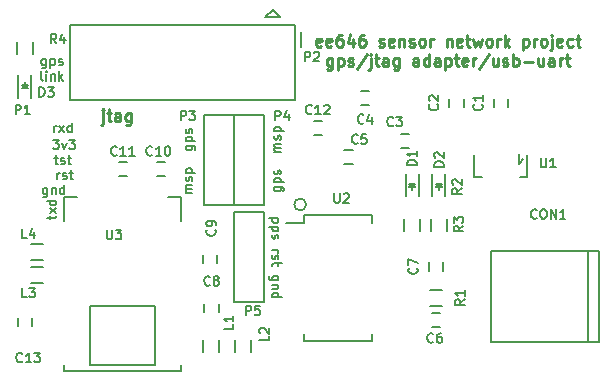
<source format=gto>
G04 #@! TF.FileFunction,Legend,Top*
%FSLAX46Y46*%
G04 Gerber Fmt 4.6, Leading zero omitted, Abs format (unit mm)*
G04 Created by KiCad (PCBNEW (2015-10-22 BZR 6274, Git d63c017)-product) date Sat Oct 24 14:44:23 2015*
%MOMM*%
G01*
G04 APERTURE LIST*
%ADD10C,0.100000*%
%ADD11C,0.200000*%
%ADD12C,0.250000*%
%ADD13C,0.150000*%
G04 APERTURE END LIST*
D10*
D11*
X141605000Y-98425000D02*
X141605000Y-99695000D01*
X120929476Y-110851905D02*
X120929476Y-110318571D01*
X120929476Y-110470952D02*
X120967571Y-110394762D01*
X121005667Y-110356667D01*
X121081857Y-110318571D01*
X121158048Y-110318571D01*
X121386619Y-110813810D02*
X121462809Y-110851905D01*
X121615190Y-110851905D01*
X121691381Y-110813810D01*
X121729476Y-110737619D01*
X121729476Y-110699524D01*
X121691381Y-110623333D01*
X121615190Y-110585238D01*
X121500905Y-110585238D01*
X121424714Y-110547143D01*
X121386619Y-110470952D01*
X121386619Y-110432857D01*
X121424714Y-110356667D01*
X121500905Y-110318571D01*
X121615190Y-110318571D01*
X121691381Y-110356667D01*
X121958047Y-110318571D02*
X122262809Y-110318571D01*
X122072333Y-110051905D02*
X122072333Y-110737619D01*
X122110428Y-110813810D01*
X122186619Y-110851905D01*
X122262809Y-110851905D01*
X120326571Y-114249096D02*
X120326571Y-113944334D01*
X120059905Y-114134810D02*
X120745619Y-114134810D01*
X120821810Y-114096715D01*
X120859905Y-114020524D01*
X120859905Y-113944334D01*
X120859905Y-113753857D02*
X120326571Y-113334810D01*
X120326571Y-113753857D02*
X120859905Y-113334810D01*
X120859905Y-112687191D02*
X120059905Y-112687191D01*
X120821810Y-112687191D02*
X120859905Y-112763381D01*
X120859905Y-112915762D01*
X120821810Y-112991953D01*
X120783714Y-113030048D01*
X120707524Y-113068143D01*
X120478952Y-113068143D01*
X120402762Y-113030048D01*
X120364667Y-112991953D01*
X120326571Y-112915762D01*
X120326571Y-112763381D01*
X120364667Y-112687191D01*
X120097618Y-111588571D02*
X120097618Y-112236190D01*
X120059523Y-112312381D01*
X120021428Y-112350476D01*
X119945237Y-112388571D01*
X119830952Y-112388571D01*
X119754761Y-112350476D01*
X120097618Y-112083810D02*
X120021428Y-112121905D01*
X119869047Y-112121905D01*
X119792856Y-112083810D01*
X119754761Y-112045714D01*
X119716666Y-111969524D01*
X119716666Y-111740952D01*
X119754761Y-111664762D01*
X119792856Y-111626667D01*
X119869047Y-111588571D01*
X120021428Y-111588571D01*
X120097618Y-111626667D01*
X120478571Y-111588571D02*
X120478571Y-112121905D01*
X120478571Y-111664762D02*
X120516666Y-111626667D01*
X120592857Y-111588571D01*
X120707143Y-111588571D01*
X120783333Y-111626667D01*
X120821428Y-111702857D01*
X120821428Y-112121905D01*
X121545238Y-112121905D02*
X121545238Y-111321905D01*
X121545238Y-112083810D02*
X121469048Y-112121905D01*
X121316667Y-112121905D01*
X121240476Y-112083810D01*
X121202381Y-112045714D01*
X121164286Y-111969524D01*
X121164286Y-111740952D01*
X121202381Y-111664762D01*
X121240476Y-111626667D01*
X121316667Y-111588571D01*
X121469048Y-111588571D01*
X121545238Y-111626667D01*
X120707238Y-109048571D02*
X121012000Y-109048571D01*
X120821524Y-108781905D02*
X120821524Y-109467619D01*
X120859619Y-109543810D01*
X120935810Y-109581905D01*
X121012000Y-109581905D01*
X121240572Y-109543810D02*
X121316762Y-109581905D01*
X121469143Y-109581905D01*
X121545334Y-109543810D01*
X121583429Y-109467619D01*
X121583429Y-109429524D01*
X121545334Y-109353333D01*
X121469143Y-109315238D01*
X121354858Y-109315238D01*
X121278667Y-109277143D01*
X121240572Y-109200952D01*
X121240572Y-109162857D01*
X121278667Y-109086667D01*
X121354858Y-109048571D01*
X121469143Y-109048571D01*
X121545334Y-109086667D01*
X121812000Y-109048571D02*
X122116762Y-109048571D01*
X121926286Y-108781905D02*
X121926286Y-109467619D01*
X121964381Y-109543810D01*
X122040572Y-109581905D01*
X122116762Y-109581905D01*
X120586619Y-107511905D02*
X121081857Y-107511905D01*
X120815190Y-107816667D01*
X120929476Y-107816667D01*
X121005666Y-107854762D01*
X121043762Y-107892857D01*
X121081857Y-107969048D01*
X121081857Y-108159524D01*
X121043762Y-108235714D01*
X121005666Y-108273810D01*
X120929476Y-108311905D01*
X120700904Y-108311905D01*
X120624714Y-108273810D01*
X120586619Y-108235714D01*
X121348524Y-107778571D02*
X121539000Y-108311905D01*
X121729476Y-107778571D01*
X121958048Y-107511905D02*
X122453286Y-107511905D01*
X122186619Y-107816667D01*
X122300905Y-107816667D01*
X122377095Y-107854762D01*
X122415191Y-107892857D01*
X122453286Y-107969048D01*
X122453286Y-108159524D01*
X122415191Y-108235714D01*
X122377095Y-108273810D01*
X122300905Y-108311905D01*
X122072333Y-108311905D01*
X121996143Y-108273810D01*
X121958048Y-108235714D01*
X120669143Y-106861905D02*
X120669143Y-106328571D01*
X120669143Y-106480952D02*
X120707238Y-106404762D01*
X120745334Y-106366667D01*
X120821524Y-106328571D01*
X120897715Y-106328571D01*
X121088191Y-106861905D02*
X121507238Y-106328571D01*
X121088191Y-106328571D02*
X121507238Y-106861905D01*
X122154857Y-106861905D02*
X122154857Y-106061905D01*
X122154857Y-106823810D02*
X122078667Y-106861905D01*
X121926286Y-106861905D01*
X121850095Y-106823810D01*
X121812000Y-106785714D01*
X121773905Y-106709524D01*
X121773905Y-106480952D01*
X121812000Y-106404762D01*
X121850095Y-106366667D01*
X121926286Y-106328571D01*
X122078667Y-106328571D01*
X122154857Y-106366667D01*
D12*
X124809524Y-105285714D02*
X124809524Y-106142857D01*
X124761905Y-106238095D01*
X124666667Y-106285714D01*
X124619048Y-106285714D01*
X124809524Y-104952381D02*
X124761905Y-105000000D01*
X124809524Y-105047619D01*
X124857143Y-105000000D01*
X124809524Y-104952381D01*
X124809524Y-105047619D01*
X125142857Y-105285714D02*
X125523809Y-105285714D01*
X125285714Y-104952381D02*
X125285714Y-105809524D01*
X125333333Y-105904762D01*
X125428571Y-105952381D01*
X125523809Y-105952381D01*
X126285715Y-105952381D02*
X126285715Y-105428571D01*
X126238096Y-105333333D01*
X126142858Y-105285714D01*
X125952381Y-105285714D01*
X125857143Y-105333333D01*
X126285715Y-105904762D02*
X126190477Y-105952381D01*
X125952381Y-105952381D01*
X125857143Y-105904762D01*
X125809524Y-105809524D01*
X125809524Y-105714286D01*
X125857143Y-105619048D01*
X125952381Y-105571429D01*
X126190477Y-105571429D01*
X126285715Y-105523810D01*
X127190477Y-105285714D02*
X127190477Y-106095238D01*
X127142858Y-106190476D01*
X127095239Y-106238095D01*
X127000000Y-106285714D01*
X126857143Y-106285714D01*
X126761905Y-106238095D01*
X127190477Y-105904762D02*
X127095239Y-105952381D01*
X126904762Y-105952381D01*
X126809524Y-105904762D01*
X126761905Y-105857143D01*
X126714286Y-105761905D01*
X126714286Y-105476190D01*
X126761905Y-105380952D01*
X126809524Y-105333333D01*
X126904762Y-105285714D01*
X127095239Y-105285714D01*
X127190477Y-105333333D01*
D11*
X139671429Y-114147618D02*
X138871429Y-114147618D01*
X139633333Y-114147618D02*
X139671429Y-114223809D01*
X139671429Y-114376190D01*
X139633333Y-114452380D01*
X139595238Y-114490475D01*
X139519048Y-114528571D01*
X139290476Y-114528571D01*
X139214286Y-114490475D01*
X139176190Y-114452380D01*
X139138095Y-114376190D01*
X139138095Y-114223809D01*
X139176190Y-114147618D01*
X139671429Y-114871428D02*
X138871429Y-114871428D01*
X139633333Y-114871428D02*
X139671429Y-114947619D01*
X139671429Y-115100000D01*
X139633333Y-115176190D01*
X139595238Y-115214285D01*
X139519048Y-115252381D01*
X139290476Y-115252381D01*
X139214286Y-115214285D01*
X139176190Y-115176190D01*
X139138095Y-115100000D01*
X139138095Y-114947619D01*
X139176190Y-114871428D01*
X139176190Y-115557143D02*
X139138095Y-115633333D01*
X139138095Y-115785714D01*
X139176190Y-115861905D01*
X139252381Y-115900000D01*
X139290476Y-115900000D01*
X139366667Y-115861905D01*
X139404762Y-115785714D01*
X139404762Y-115671429D01*
X139442857Y-115595238D01*
X139519048Y-115557143D01*
X139557143Y-115557143D01*
X139633333Y-115595238D01*
X139671429Y-115671429D01*
X139671429Y-115785714D01*
X139633333Y-115861905D01*
X139138095Y-116852381D02*
X139671429Y-116852381D01*
X139519048Y-116852381D02*
X139595238Y-116890476D01*
X139633333Y-116928572D01*
X139671429Y-117004762D01*
X139671429Y-117080953D01*
X139176190Y-117309524D02*
X139138095Y-117385714D01*
X139138095Y-117538095D01*
X139176190Y-117614286D01*
X139252381Y-117652381D01*
X139290476Y-117652381D01*
X139366667Y-117614286D01*
X139404762Y-117538095D01*
X139404762Y-117423810D01*
X139442857Y-117347619D01*
X139519048Y-117309524D01*
X139557143Y-117309524D01*
X139633333Y-117347619D01*
X139671429Y-117423810D01*
X139671429Y-117538095D01*
X139633333Y-117614286D01*
X139671429Y-117880952D02*
X139671429Y-118185714D01*
X139938095Y-117995238D02*
X139252381Y-117995238D01*
X139176190Y-118033333D01*
X139138095Y-118109524D01*
X139138095Y-118185714D01*
X139671429Y-119404762D02*
X139023810Y-119404762D01*
X138947619Y-119366667D01*
X138909524Y-119328572D01*
X138871429Y-119252381D01*
X138871429Y-119138096D01*
X138909524Y-119061905D01*
X139176190Y-119404762D02*
X139138095Y-119328572D01*
X139138095Y-119176191D01*
X139176190Y-119100000D01*
X139214286Y-119061905D01*
X139290476Y-119023810D01*
X139519048Y-119023810D01*
X139595238Y-119061905D01*
X139633333Y-119100000D01*
X139671429Y-119176191D01*
X139671429Y-119328572D01*
X139633333Y-119404762D01*
X139671429Y-119785715D02*
X139138095Y-119785715D01*
X139595238Y-119785715D02*
X139633333Y-119823810D01*
X139671429Y-119900001D01*
X139671429Y-120014287D01*
X139633333Y-120090477D01*
X139557143Y-120128572D01*
X139138095Y-120128572D01*
X139138095Y-120852382D02*
X139938095Y-120852382D01*
X139176190Y-120852382D02*
X139138095Y-120776192D01*
X139138095Y-120623811D01*
X139176190Y-120547620D01*
X139214286Y-120509525D01*
X139290476Y-120471430D01*
X139519048Y-120471430D01*
X139595238Y-120509525D01*
X139633333Y-120547620D01*
X139671429Y-120623811D01*
X139671429Y-120776192D01*
X139633333Y-120852382D01*
X139328571Y-111514286D02*
X139976190Y-111514286D01*
X140052381Y-111552381D01*
X140090476Y-111590476D01*
X140128571Y-111666667D01*
X140128571Y-111780952D01*
X140090476Y-111857143D01*
X139823810Y-111514286D02*
X139861905Y-111590476D01*
X139861905Y-111742857D01*
X139823810Y-111819048D01*
X139785714Y-111857143D01*
X139709524Y-111895238D01*
X139480952Y-111895238D01*
X139404762Y-111857143D01*
X139366667Y-111819048D01*
X139328571Y-111742857D01*
X139328571Y-111590476D01*
X139366667Y-111514286D01*
X139328571Y-111133333D02*
X140128571Y-111133333D01*
X139366667Y-111133333D02*
X139328571Y-111057142D01*
X139328571Y-110904761D01*
X139366667Y-110828571D01*
X139404762Y-110790476D01*
X139480952Y-110752380D01*
X139709524Y-110752380D01*
X139785714Y-110790476D01*
X139823810Y-110828571D01*
X139861905Y-110904761D01*
X139861905Y-111057142D01*
X139823810Y-111133333D01*
X139823810Y-110447618D02*
X139861905Y-110371428D01*
X139861905Y-110219047D01*
X139823810Y-110142856D01*
X139747619Y-110104761D01*
X139709524Y-110104761D01*
X139633333Y-110142856D01*
X139595238Y-110219047D01*
X139595238Y-110333332D01*
X139557143Y-110409523D01*
X139480952Y-110447618D01*
X139442857Y-110447618D01*
X139366667Y-110409523D01*
X139328571Y-110333332D01*
X139328571Y-110219047D01*
X139366667Y-110142856D01*
X139861905Y-108528572D02*
X139328571Y-108528572D01*
X139404762Y-108528572D02*
X139366667Y-108490477D01*
X139328571Y-108414286D01*
X139328571Y-108300000D01*
X139366667Y-108223810D01*
X139442857Y-108185715D01*
X139861905Y-108185715D01*
X139442857Y-108185715D02*
X139366667Y-108147619D01*
X139328571Y-108071429D01*
X139328571Y-107957143D01*
X139366667Y-107880953D01*
X139442857Y-107842858D01*
X139861905Y-107842858D01*
X139823810Y-107500000D02*
X139861905Y-107423810D01*
X139861905Y-107271429D01*
X139823810Y-107195238D01*
X139747619Y-107157143D01*
X139709524Y-107157143D01*
X139633333Y-107195238D01*
X139595238Y-107271429D01*
X139595238Y-107385714D01*
X139557143Y-107461905D01*
X139480952Y-107500000D01*
X139442857Y-107500000D01*
X139366667Y-107461905D01*
X139328571Y-107385714D01*
X139328571Y-107271429D01*
X139366667Y-107195238D01*
X139328571Y-106814286D02*
X140128571Y-106814286D01*
X139366667Y-106814286D02*
X139328571Y-106738095D01*
X139328571Y-106585714D01*
X139366667Y-106509524D01*
X139404762Y-106471429D01*
X139480952Y-106433333D01*
X139709524Y-106433333D01*
X139785714Y-106471429D01*
X139823810Y-106509524D01*
X139861905Y-106585714D01*
X139861905Y-106738095D01*
X139823810Y-106814286D01*
X132361905Y-112028572D02*
X131828571Y-112028572D01*
X131904762Y-112028572D02*
X131866667Y-111990477D01*
X131828571Y-111914286D01*
X131828571Y-111800000D01*
X131866667Y-111723810D01*
X131942857Y-111685715D01*
X132361905Y-111685715D01*
X131942857Y-111685715D02*
X131866667Y-111647619D01*
X131828571Y-111571429D01*
X131828571Y-111457143D01*
X131866667Y-111380953D01*
X131942857Y-111342858D01*
X132361905Y-111342858D01*
X132323810Y-111000000D02*
X132361905Y-110923810D01*
X132361905Y-110771429D01*
X132323810Y-110695238D01*
X132247619Y-110657143D01*
X132209524Y-110657143D01*
X132133333Y-110695238D01*
X132095238Y-110771429D01*
X132095238Y-110885714D01*
X132057143Y-110961905D01*
X131980952Y-111000000D01*
X131942857Y-111000000D01*
X131866667Y-110961905D01*
X131828571Y-110885714D01*
X131828571Y-110771429D01*
X131866667Y-110695238D01*
X131828571Y-110314286D02*
X132628571Y-110314286D01*
X131866667Y-110314286D02*
X131828571Y-110238095D01*
X131828571Y-110085714D01*
X131866667Y-110009524D01*
X131904762Y-109971429D01*
X131980952Y-109933333D01*
X132209524Y-109933333D01*
X132285714Y-109971429D01*
X132323810Y-110009524D01*
X132361905Y-110085714D01*
X132361905Y-110238095D01*
X132323810Y-110314286D01*
X131828571Y-108014286D02*
X132476190Y-108014286D01*
X132552381Y-108052381D01*
X132590476Y-108090476D01*
X132628571Y-108166667D01*
X132628571Y-108280952D01*
X132590476Y-108357143D01*
X132323810Y-108014286D02*
X132361905Y-108090476D01*
X132361905Y-108242857D01*
X132323810Y-108319048D01*
X132285714Y-108357143D01*
X132209524Y-108395238D01*
X131980952Y-108395238D01*
X131904762Y-108357143D01*
X131866667Y-108319048D01*
X131828571Y-108242857D01*
X131828571Y-108090476D01*
X131866667Y-108014286D01*
X131828571Y-107633333D02*
X132628571Y-107633333D01*
X131866667Y-107633333D02*
X131828571Y-107557142D01*
X131828571Y-107404761D01*
X131866667Y-107328571D01*
X131904762Y-107290476D01*
X131980952Y-107252380D01*
X132209524Y-107252380D01*
X132285714Y-107290476D01*
X132323810Y-107328571D01*
X132361905Y-107404761D01*
X132361905Y-107557142D01*
X132323810Y-107633333D01*
X132323810Y-106947618D02*
X132361905Y-106871428D01*
X132361905Y-106719047D01*
X132323810Y-106642856D01*
X132247619Y-106604761D01*
X132209524Y-106604761D01*
X132133333Y-106642856D01*
X132095238Y-106719047D01*
X132095238Y-106833332D01*
X132057143Y-106909523D01*
X131980952Y-106947618D01*
X131942857Y-106947618D01*
X131866667Y-106909523D01*
X131828571Y-106833332D01*
X131828571Y-106719047D01*
X131866667Y-106642856D01*
X119985714Y-100668571D02*
X119985714Y-101316190D01*
X119947619Y-101392381D01*
X119909524Y-101430476D01*
X119833333Y-101468571D01*
X119719048Y-101468571D01*
X119642857Y-101430476D01*
X119985714Y-101163810D02*
X119909524Y-101201905D01*
X119757143Y-101201905D01*
X119680952Y-101163810D01*
X119642857Y-101125714D01*
X119604762Y-101049524D01*
X119604762Y-100820952D01*
X119642857Y-100744762D01*
X119680952Y-100706667D01*
X119757143Y-100668571D01*
X119909524Y-100668571D01*
X119985714Y-100706667D01*
X120366667Y-100668571D02*
X120366667Y-101468571D01*
X120366667Y-100706667D02*
X120442858Y-100668571D01*
X120595239Y-100668571D01*
X120671429Y-100706667D01*
X120709524Y-100744762D01*
X120747620Y-100820952D01*
X120747620Y-101049524D01*
X120709524Y-101125714D01*
X120671429Y-101163810D01*
X120595239Y-101201905D01*
X120442858Y-101201905D01*
X120366667Y-101163810D01*
X121052382Y-101163810D02*
X121128572Y-101201905D01*
X121280953Y-101201905D01*
X121357144Y-101163810D01*
X121395239Y-101087619D01*
X121395239Y-101049524D01*
X121357144Y-100973333D01*
X121280953Y-100935238D01*
X121166668Y-100935238D01*
X121090477Y-100897143D01*
X121052382Y-100820952D01*
X121052382Y-100782857D01*
X121090477Y-100706667D01*
X121166668Y-100668571D01*
X121280953Y-100668571D01*
X121357144Y-100706667D01*
X119719048Y-102521905D02*
X119642857Y-102483810D01*
X119604762Y-102407619D01*
X119604762Y-101721905D01*
X120023810Y-102521905D02*
X120023810Y-101988571D01*
X120023810Y-101721905D02*
X119985715Y-101760000D01*
X120023810Y-101798095D01*
X120061905Y-101760000D01*
X120023810Y-101721905D01*
X120023810Y-101798095D01*
X120404762Y-101988571D02*
X120404762Y-102521905D01*
X120404762Y-102064762D02*
X120442857Y-102026667D01*
X120519048Y-101988571D01*
X120633334Y-101988571D01*
X120709524Y-102026667D01*
X120747619Y-102102857D01*
X120747619Y-102521905D01*
X121128572Y-102521905D02*
X121128572Y-101721905D01*
X121204763Y-102217143D02*
X121433334Y-102521905D01*
X121433334Y-101988571D02*
X121128572Y-102293333D01*
X142000000Y-113000000D02*
G75*
G03X142000000Y-113000000I-500000J0D01*
G01*
D12*
X143285713Y-99579762D02*
X143190475Y-99627381D01*
X142999998Y-99627381D01*
X142904760Y-99579762D01*
X142857141Y-99484524D01*
X142857141Y-99103571D01*
X142904760Y-99008333D01*
X142999998Y-98960714D01*
X143190475Y-98960714D01*
X143285713Y-99008333D01*
X143333332Y-99103571D01*
X143333332Y-99198810D01*
X142857141Y-99294048D01*
X144142856Y-99579762D02*
X144047618Y-99627381D01*
X143857141Y-99627381D01*
X143761903Y-99579762D01*
X143714284Y-99484524D01*
X143714284Y-99103571D01*
X143761903Y-99008333D01*
X143857141Y-98960714D01*
X144047618Y-98960714D01*
X144142856Y-99008333D01*
X144190475Y-99103571D01*
X144190475Y-99198810D01*
X143714284Y-99294048D01*
X145047618Y-98627381D02*
X144857141Y-98627381D01*
X144761903Y-98675000D01*
X144714284Y-98722619D01*
X144619046Y-98865476D01*
X144571427Y-99055952D01*
X144571427Y-99436905D01*
X144619046Y-99532143D01*
X144666665Y-99579762D01*
X144761903Y-99627381D01*
X144952380Y-99627381D01*
X145047618Y-99579762D01*
X145095237Y-99532143D01*
X145142856Y-99436905D01*
X145142856Y-99198810D01*
X145095237Y-99103571D01*
X145047618Y-99055952D01*
X144952380Y-99008333D01*
X144761903Y-99008333D01*
X144666665Y-99055952D01*
X144619046Y-99103571D01*
X144571427Y-99198810D01*
X145999999Y-98960714D02*
X145999999Y-99627381D01*
X145761903Y-98579762D02*
X145523808Y-99294048D01*
X146142856Y-99294048D01*
X146952380Y-98627381D02*
X146761903Y-98627381D01*
X146666665Y-98675000D01*
X146619046Y-98722619D01*
X146523808Y-98865476D01*
X146476189Y-99055952D01*
X146476189Y-99436905D01*
X146523808Y-99532143D01*
X146571427Y-99579762D01*
X146666665Y-99627381D01*
X146857142Y-99627381D01*
X146952380Y-99579762D01*
X146999999Y-99532143D01*
X147047618Y-99436905D01*
X147047618Y-99198810D01*
X146999999Y-99103571D01*
X146952380Y-99055952D01*
X146857142Y-99008333D01*
X146666665Y-99008333D01*
X146571427Y-99055952D01*
X146523808Y-99103571D01*
X146476189Y-99198810D01*
X148190475Y-99579762D02*
X148285713Y-99627381D01*
X148476189Y-99627381D01*
X148571428Y-99579762D01*
X148619047Y-99484524D01*
X148619047Y-99436905D01*
X148571428Y-99341667D01*
X148476189Y-99294048D01*
X148333332Y-99294048D01*
X148238094Y-99246429D01*
X148190475Y-99151190D01*
X148190475Y-99103571D01*
X148238094Y-99008333D01*
X148333332Y-98960714D01*
X148476189Y-98960714D01*
X148571428Y-99008333D01*
X149428571Y-99579762D02*
X149333333Y-99627381D01*
X149142856Y-99627381D01*
X149047618Y-99579762D01*
X148999999Y-99484524D01*
X148999999Y-99103571D01*
X149047618Y-99008333D01*
X149142856Y-98960714D01*
X149333333Y-98960714D01*
X149428571Y-99008333D01*
X149476190Y-99103571D01*
X149476190Y-99198810D01*
X148999999Y-99294048D01*
X149904761Y-98960714D02*
X149904761Y-99627381D01*
X149904761Y-99055952D02*
X149952380Y-99008333D01*
X150047618Y-98960714D01*
X150190476Y-98960714D01*
X150285714Y-99008333D01*
X150333333Y-99103571D01*
X150333333Y-99627381D01*
X150761904Y-99579762D02*
X150857142Y-99627381D01*
X151047618Y-99627381D01*
X151142857Y-99579762D01*
X151190476Y-99484524D01*
X151190476Y-99436905D01*
X151142857Y-99341667D01*
X151047618Y-99294048D01*
X150904761Y-99294048D01*
X150809523Y-99246429D01*
X150761904Y-99151190D01*
X150761904Y-99103571D01*
X150809523Y-99008333D01*
X150904761Y-98960714D01*
X151047618Y-98960714D01*
X151142857Y-99008333D01*
X151761904Y-99627381D02*
X151666666Y-99579762D01*
X151619047Y-99532143D01*
X151571428Y-99436905D01*
X151571428Y-99151190D01*
X151619047Y-99055952D01*
X151666666Y-99008333D01*
X151761904Y-98960714D01*
X151904762Y-98960714D01*
X152000000Y-99008333D01*
X152047619Y-99055952D01*
X152095238Y-99151190D01*
X152095238Y-99436905D01*
X152047619Y-99532143D01*
X152000000Y-99579762D01*
X151904762Y-99627381D01*
X151761904Y-99627381D01*
X152523809Y-99627381D02*
X152523809Y-98960714D01*
X152523809Y-99151190D02*
X152571428Y-99055952D01*
X152619047Y-99008333D01*
X152714285Y-98960714D01*
X152809524Y-98960714D01*
X153904762Y-98960714D02*
X153904762Y-99627381D01*
X153904762Y-99055952D02*
X153952381Y-99008333D01*
X154047619Y-98960714D01*
X154190477Y-98960714D01*
X154285715Y-99008333D01*
X154333334Y-99103571D01*
X154333334Y-99627381D01*
X155190477Y-99579762D02*
X155095239Y-99627381D01*
X154904762Y-99627381D01*
X154809524Y-99579762D01*
X154761905Y-99484524D01*
X154761905Y-99103571D01*
X154809524Y-99008333D01*
X154904762Y-98960714D01*
X155095239Y-98960714D01*
X155190477Y-99008333D01*
X155238096Y-99103571D01*
X155238096Y-99198810D01*
X154761905Y-99294048D01*
X155523810Y-98960714D02*
X155904762Y-98960714D01*
X155666667Y-98627381D02*
X155666667Y-99484524D01*
X155714286Y-99579762D01*
X155809524Y-99627381D01*
X155904762Y-99627381D01*
X156142858Y-98960714D02*
X156333334Y-99627381D01*
X156523811Y-99151190D01*
X156714287Y-99627381D01*
X156904763Y-98960714D01*
X157428572Y-99627381D02*
X157333334Y-99579762D01*
X157285715Y-99532143D01*
X157238096Y-99436905D01*
X157238096Y-99151190D01*
X157285715Y-99055952D01*
X157333334Y-99008333D01*
X157428572Y-98960714D01*
X157571430Y-98960714D01*
X157666668Y-99008333D01*
X157714287Y-99055952D01*
X157761906Y-99151190D01*
X157761906Y-99436905D01*
X157714287Y-99532143D01*
X157666668Y-99579762D01*
X157571430Y-99627381D01*
X157428572Y-99627381D01*
X158190477Y-99627381D02*
X158190477Y-98960714D01*
X158190477Y-99151190D02*
X158238096Y-99055952D01*
X158285715Y-99008333D01*
X158380953Y-98960714D01*
X158476192Y-98960714D01*
X158809525Y-99627381D02*
X158809525Y-98627381D01*
X158904763Y-99246429D02*
X159190478Y-99627381D01*
X159190478Y-98960714D02*
X158809525Y-99341667D01*
X160380954Y-98960714D02*
X160380954Y-99960714D01*
X160380954Y-99008333D02*
X160476192Y-98960714D01*
X160666669Y-98960714D01*
X160761907Y-99008333D01*
X160809526Y-99055952D01*
X160857145Y-99151190D01*
X160857145Y-99436905D01*
X160809526Y-99532143D01*
X160761907Y-99579762D01*
X160666669Y-99627381D01*
X160476192Y-99627381D01*
X160380954Y-99579762D01*
X161285716Y-99627381D02*
X161285716Y-98960714D01*
X161285716Y-99151190D02*
X161333335Y-99055952D01*
X161380954Y-99008333D01*
X161476192Y-98960714D01*
X161571431Y-98960714D01*
X162047621Y-99627381D02*
X161952383Y-99579762D01*
X161904764Y-99532143D01*
X161857145Y-99436905D01*
X161857145Y-99151190D01*
X161904764Y-99055952D01*
X161952383Y-99008333D01*
X162047621Y-98960714D01*
X162190479Y-98960714D01*
X162285717Y-99008333D01*
X162333336Y-99055952D01*
X162380955Y-99151190D01*
X162380955Y-99436905D01*
X162333336Y-99532143D01*
X162285717Y-99579762D01*
X162190479Y-99627381D01*
X162047621Y-99627381D01*
X162809526Y-98960714D02*
X162809526Y-99817857D01*
X162761907Y-99913095D01*
X162666669Y-99960714D01*
X162619050Y-99960714D01*
X162809526Y-98627381D02*
X162761907Y-98675000D01*
X162809526Y-98722619D01*
X162857145Y-98675000D01*
X162809526Y-98627381D01*
X162809526Y-98722619D01*
X163666669Y-99579762D02*
X163571431Y-99627381D01*
X163380954Y-99627381D01*
X163285716Y-99579762D01*
X163238097Y-99484524D01*
X163238097Y-99103571D01*
X163285716Y-99008333D01*
X163380954Y-98960714D01*
X163571431Y-98960714D01*
X163666669Y-99008333D01*
X163714288Y-99103571D01*
X163714288Y-99198810D01*
X163238097Y-99294048D01*
X164571431Y-99579762D02*
X164476193Y-99627381D01*
X164285716Y-99627381D01*
X164190478Y-99579762D01*
X164142859Y-99532143D01*
X164095240Y-99436905D01*
X164095240Y-99151190D01*
X164142859Y-99055952D01*
X164190478Y-99008333D01*
X164285716Y-98960714D01*
X164476193Y-98960714D01*
X164571431Y-99008333D01*
X164857145Y-98960714D02*
X165238097Y-98960714D01*
X165000002Y-98627381D02*
X165000002Y-99484524D01*
X165047621Y-99579762D01*
X165142859Y-99627381D01*
X165238097Y-99627381D01*
X144238094Y-100610714D02*
X144238094Y-101420238D01*
X144190475Y-101515476D01*
X144142856Y-101563095D01*
X144047617Y-101610714D01*
X143904760Y-101610714D01*
X143809522Y-101563095D01*
X144238094Y-101229762D02*
X144142856Y-101277381D01*
X143952379Y-101277381D01*
X143857141Y-101229762D01*
X143809522Y-101182143D01*
X143761903Y-101086905D01*
X143761903Y-100801190D01*
X143809522Y-100705952D01*
X143857141Y-100658333D01*
X143952379Y-100610714D01*
X144142856Y-100610714D01*
X144238094Y-100658333D01*
X144714284Y-100610714D02*
X144714284Y-101610714D01*
X144714284Y-100658333D02*
X144809522Y-100610714D01*
X144999999Y-100610714D01*
X145095237Y-100658333D01*
X145142856Y-100705952D01*
X145190475Y-100801190D01*
X145190475Y-101086905D01*
X145142856Y-101182143D01*
X145095237Y-101229762D01*
X144999999Y-101277381D01*
X144809522Y-101277381D01*
X144714284Y-101229762D01*
X145571427Y-101229762D02*
X145666665Y-101277381D01*
X145857141Y-101277381D01*
X145952380Y-101229762D01*
X145999999Y-101134524D01*
X145999999Y-101086905D01*
X145952380Y-100991667D01*
X145857141Y-100944048D01*
X145714284Y-100944048D01*
X145619046Y-100896429D01*
X145571427Y-100801190D01*
X145571427Y-100753571D01*
X145619046Y-100658333D01*
X145714284Y-100610714D01*
X145857141Y-100610714D01*
X145952380Y-100658333D01*
X147142856Y-100229762D02*
X146285713Y-101515476D01*
X147476189Y-100610714D02*
X147476189Y-101467857D01*
X147428570Y-101563095D01*
X147333332Y-101610714D01*
X147285713Y-101610714D01*
X147476189Y-100277381D02*
X147428570Y-100325000D01*
X147476189Y-100372619D01*
X147523808Y-100325000D01*
X147476189Y-100277381D01*
X147476189Y-100372619D01*
X147809522Y-100610714D02*
X148190474Y-100610714D01*
X147952379Y-100277381D02*
X147952379Y-101134524D01*
X147999998Y-101229762D01*
X148095236Y-101277381D01*
X148190474Y-101277381D01*
X148952380Y-101277381D02*
X148952380Y-100753571D01*
X148904761Y-100658333D01*
X148809523Y-100610714D01*
X148619046Y-100610714D01*
X148523808Y-100658333D01*
X148952380Y-101229762D02*
X148857142Y-101277381D01*
X148619046Y-101277381D01*
X148523808Y-101229762D01*
X148476189Y-101134524D01*
X148476189Y-101039286D01*
X148523808Y-100944048D01*
X148619046Y-100896429D01*
X148857142Y-100896429D01*
X148952380Y-100848810D01*
X149857142Y-100610714D02*
X149857142Y-101420238D01*
X149809523Y-101515476D01*
X149761904Y-101563095D01*
X149666665Y-101610714D01*
X149523808Y-101610714D01*
X149428570Y-101563095D01*
X149857142Y-101229762D02*
X149761904Y-101277381D01*
X149571427Y-101277381D01*
X149476189Y-101229762D01*
X149428570Y-101182143D01*
X149380951Y-101086905D01*
X149380951Y-100801190D01*
X149428570Y-100705952D01*
X149476189Y-100658333D01*
X149571427Y-100610714D01*
X149761904Y-100610714D01*
X149857142Y-100658333D01*
X151523809Y-101277381D02*
X151523809Y-100753571D01*
X151476190Y-100658333D01*
X151380952Y-100610714D01*
X151190475Y-100610714D01*
X151095237Y-100658333D01*
X151523809Y-101229762D02*
X151428571Y-101277381D01*
X151190475Y-101277381D01*
X151095237Y-101229762D01*
X151047618Y-101134524D01*
X151047618Y-101039286D01*
X151095237Y-100944048D01*
X151190475Y-100896429D01*
X151428571Y-100896429D01*
X151523809Y-100848810D01*
X152428571Y-101277381D02*
X152428571Y-100277381D01*
X152428571Y-101229762D02*
X152333333Y-101277381D01*
X152142856Y-101277381D01*
X152047618Y-101229762D01*
X151999999Y-101182143D01*
X151952380Y-101086905D01*
X151952380Y-100801190D01*
X151999999Y-100705952D01*
X152047618Y-100658333D01*
X152142856Y-100610714D01*
X152333333Y-100610714D01*
X152428571Y-100658333D01*
X153333333Y-101277381D02*
X153333333Y-100753571D01*
X153285714Y-100658333D01*
X153190476Y-100610714D01*
X152999999Y-100610714D01*
X152904761Y-100658333D01*
X153333333Y-101229762D02*
X153238095Y-101277381D01*
X152999999Y-101277381D01*
X152904761Y-101229762D01*
X152857142Y-101134524D01*
X152857142Y-101039286D01*
X152904761Y-100944048D01*
X152999999Y-100896429D01*
X153238095Y-100896429D01*
X153333333Y-100848810D01*
X153809523Y-100610714D02*
X153809523Y-101610714D01*
X153809523Y-100658333D02*
X153904761Y-100610714D01*
X154095238Y-100610714D01*
X154190476Y-100658333D01*
X154238095Y-100705952D01*
X154285714Y-100801190D01*
X154285714Y-101086905D01*
X154238095Y-101182143D01*
X154190476Y-101229762D01*
X154095238Y-101277381D01*
X153904761Y-101277381D01*
X153809523Y-101229762D01*
X154571428Y-100610714D02*
X154952380Y-100610714D01*
X154714285Y-100277381D02*
X154714285Y-101134524D01*
X154761904Y-101229762D01*
X154857142Y-101277381D01*
X154952380Y-101277381D01*
X155666667Y-101229762D02*
X155571429Y-101277381D01*
X155380952Y-101277381D01*
X155285714Y-101229762D01*
X155238095Y-101134524D01*
X155238095Y-100753571D01*
X155285714Y-100658333D01*
X155380952Y-100610714D01*
X155571429Y-100610714D01*
X155666667Y-100658333D01*
X155714286Y-100753571D01*
X155714286Y-100848810D01*
X155238095Y-100944048D01*
X156142857Y-101277381D02*
X156142857Y-100610714D01*
X156142857Y-100801190D02*
X156190476Y-100705952D01*
X156238095Y-100658333D01*
X156333333Y-100610714D01*
X156428572Y-100610714D01*
X157476191Y-100229762D02*
X156619048Y-101515476D01*
X158238096Y-100610714D02*
X158238096Y-101277381D01*
X157809524Y-100610714D02*
X157809524Y-101134524D01*
X157857143Y-101229762D01*
X157952381Y-101277381D01*
X158095239Y-101277381D01*
X158190477Y-101229762D01*
X158238096Y-101182143D01*
X158666667Y-101229762D02*
X158761905Y-101277381D01*
X158952381Y-101277381D01*
X159047620Y-101229762D01*
X159095239Y-101134524D01*
X159095239Y-101086905D01*
X159047620Y-100991667D01*
X158952381Y-100944048D01*
X158809524Y-100944048D01*
X158714286Y-100896429D01*
X158666667Y-100801190D01*
X158666667Y-100753571D01*
X158714286Y-100658333D01*
X158809524Y-100610714D01*
X158952381Y-100610714D01*
X159047620Y-100658333D01*
X159523810Y-101277381D02*
X159523810Y-100277381D01*
X159523810Y-100658333D02*
X159619048Y-100610714D01*
X159809525Y-100610714D01*
X159904763Y-100658333D01*
X159952382Y-100705952D01*
X160000001Y-100801190D01*
X160000001Y-101086905D01*
X159952382Y-101182143D01*
X159904763Y-101229762D01*
X159809525Y-101277381D01*
X159619048Y-101277381D01*
X159523810Y-101229762D01*
X160428572Y-100896429D02*
X161190477Y-100896429D01*
X162095239Y-100610714D02*
X162095239Y-101277381D01*
X161666667Y-100610714D02*
X161666667Y-101134524D01*
X161714286Y-101229762D01*
X161809524Y-101277381D01*
X161952382Y-101277381D01*
X162047620Y-101229762D01*
X162095239Y-101182143D01*
X163000001Y-101277381D02*
X163000001Y-100753571D01*
X162952382Y-100658333D01*
X162857144Y-100610714D01*
X162666667Y-100610714D01*
X162571429Y-100658333D01*
X163000001Y-101229762D02*
X162904763Y-101277381D01*
X162666667Y-101277381D01*
X162571429Y-101229762D01*
X162523810Y-101134524D01*
X162523810Y-101039286D01*
X162571429Y-100944048D01*
X162666667Y-100896429D01*
X162904763Y-100896429D01*
X163000001Y-100848810D01*
X163476191Y-101277381D02*
X163476191Y-100610714D01*
X163476191Y-100801190D02*
X163523810Y-100705952D01*
X163571429Y-100658333D01*
X163666667Y-100610714D01*
X163761906Y-100610714D01*
X163952382Y-100610714D02*
X164333334Y-100610714D01*
X164095239Y-100277381D02*
X164095239Y-101134524D01*
X164142858Y-101229762D01*
X164238096Y-101277381D01*
X164333334Y-101277381D01*
D13*
X157900000Y-104750000D02*
X157900000Y-104050000D01*
X159100000Y-104050000D02*
X159100000Y-104750000D01*
X154150000Y-104750000D02*
X154150000Y-104050000D01*
X155350000Y-104050000D02*
X155350000Y-104750000D01*
X150750000Y-108200000D02*
X150050000Y-108200000D01*
X150050000Y-107000000D02*
X150750000Y-107000000D01*
X147350000Y-104600000D02*
X146650000Y-104600000D01*
X146650000Y-103400000D02*
X147350000Y-103400000D01*
X145950000Y-109600000D02*
X145250000Y-109600000D01*
X145250000Y-108400000D02*
X145950000Y-108400000D01*
X152650000Y-122150000D02*
X153350000Y-122150000D01*
X153350000Y-123350000D02*
X152650000Y-123350000D01*
X152400000Y-118600000D02*
X152400000Y-117900000D01*
X153600000Y-117900000D02*
X153600000Y-118600000D01*
X133400000Y-122100000D02*
X133400000Y-121400000D01*
X134600000Y-121400000D02*
X134600000Y-122100000D01*
X133258000Y-117952000D02*
X133258000Y-117252000D01*
X134458000Y-117252000D02*
X134458000Y-117952000D01*
X129400000Y-109400000D02*
X130100000Y-109400000D01*
X130100000Y-110600000D02*
X129400000Y-110600000D01*
X126850000Y-110600000D02*
X126150000Y-110600000D01*
X126150000Y-109400000D02*
X126850000Y-109400000D01*
X142650000Y-105900000D02*
X143350000Y-105900000D01*
X143350000Y-107100000D02*
X142650000Y-107100000D01*
X118800000Y-122600000D02*
X118800000Y-123300000D01*
X117600000Y-123300000D02*
X117600000Y-122600000D01*
X165849180Y-124600640D02*
X165849180Y-116899360D01*
X166849940Y-124600640D02*
X166849940Y-116899360D01*
X166849940Y-116899360D02*
X157650060Y-116899360D01*
X157650060Y-116899360D02*
X157650060Y-124600640D01*
X157650060Y-124600640D02*
X166849940Y-124600640D01*
X150450000Y-110399300D02*
X150450000Y-112299300D01*
X151550000Y-110399300D02*
X151550000Y-112299300D01*
X151000000Y-111299300D02*
X151000000Y-111749300D01*
X151250000Y-111249300D02*
X150750000Y-111249300D01*
X151000000Y-111249300D02*
X151250000Y-111499300D01*
X151250000Y-111499300D02*
X150750000Y-111499300D01*
X150750000Y-111499300D02*
X151000000Y-111249300D01*
X152700000Y-110400000D02*
X152700000Y-112300000D01*
X153800000Y-110400000D02*
X153800000Y-112300000D01*
X153250000Y-111300000D02*
X153250000Y-111750000D01*
X153500000Y-111250000D02*
X153000000Y-111250000D01*
X153250000Y-111250000D02*
X153500000Y-111500000D01*
X153500000Y-111500000D02*
X153000000Y-111500000D01*
X153000000Y-111500000D02*
X153250000Y-111250000D01*
X118750000Y-103950700D02*
X118750000Y-102050700D01*
X117650000Y-103950700D02*
X117650000Y-102050700D01*
X118200000Y-103050700D02*
X118200000Y-102600700D01*
X117950000Y-103100700D02*
X118450000Y-103100700D01*
X118200000Y-103100700D02*
X117950000Y-102850700D01*
X117950000Y-102850700D02*
X118450000Y-102850700D01*
X118450000Y-102850700D02*
X118200000Y-103100700D01*
X134660000Y-124456000D02*
X134660000Y-125456000D01*
X133310000Y-125456000D02*
X133310000Y-124456000D01*
X137327000Y-124480000D02*
X137327000Y-125480000D01*
X135977000Y-125480000D02*
X135977000Y-124480000D01*
X118750000Y-118325000D02*
X119750000Y-118325000D01*
X119750000Y-119675000D02*
X118750000Y-119675000D01*
X118750000Y-116325000D02*
X119750000Y-116325000D01*
X119750000Y-117675000D02*
X118750000Y-117675000D01*
X139192000Y-96520000D02*
X139827000Y-97155000D01*
X138557000Y-97155000D02*
X139192000Y-96520000D01*
X139192000Y-97155000D02*
X138557000Y-97155000D01*
X139827000Y-97155000D02*
X139192000Y-97155000D01*
X122047000Y-104140000D02*
X141097000Y-104140000D01*
X122047000Y-97790000D02*
X122047000Y-104140000D01*
X141097000Y-97790000D02*
X122047000Y-97790000D01*
X141097000Y-104140000D02*
X141097000Y-97790000D01*
X153500000Y-121575000D02*
X152500000Y-121575000D01*
X152500000Y-120225000D02*
X153500000Y-120225000D01*
X151675000Y-114250000D02*
X151675000Y-115250000D01*
X150325000Y-115250000D02*
X150325000Y-114250000D01*
X153925000Y-114250000D02*
X153925000Y-115250000D01*
X152575000Y-115250000D02*
X152575000Y-114250000D01*
X118875000Y-99250000D02*
X118875000Y-100250000D01*
X117525000Y-100250000D02*
X117525000Y-99250000D01*
X160399920Y-109151000D02*
X160151000Y-109450720D01*
X160151000Y-109450720D02*
X160049400Y-109600580D01*
X160049400Y-109600580D02*
X160049400Y-108752220D01*
X160750440Y-110652140D02*
X160750440Y-108851280D01*
X160750440Y-110652140D02*
X160100200Y-110652140D01*
X156249560Y-110652140D02*
X156249560Y-108851280D01*
X156249560Y-110652140D02*
X156899800Y-110652140D01*
X141875000Y-113925000D02*
X141875000Y-114575000D01*
X147625000Y-113925000D02*
X147625000Y-114575000D01*
X147625000Y-124575000D02*
X147625000Y-123925000D01*
X141875000Y-124575000D02*
X141875000Y-123925000D01*
X141875000Y-113925000D02*
X147625000Y-113925000D01*
X141875000Y-124575000D02*
X147625000Y-124575000D01*
X141875000Y-114575000D02*
X140275000Y-114575000D01*
X121550000Y-127100000D02*
X121550000Y-126600000D01*
X131450000Y-127100000D02*
X121550000Y-127100000D01*
X131450000Y-126700000D02*
X131450000Y-127100000D01*
X131450000Y-126600000D02*
X131450000Y-126700000D01*
X121550000Y-112400000D02*
X121550000Y-114400000D01*
X122650000Y-112400000D02*
X121550000Y-112400000D01*
X131450000Y-112400000D02*
X130350000Y-112400000D01*
X131450000Y-114400000D02*
X131450000Y-112400000D01*
X123750000Y-126550000D02*
X129250000Y-126550000D01*
X123750000Y-121600000D02*
X123750000Y-126550000D01*
X129250000Y-121600000D02*
X123750000Y-121600000D01*
X129250000Y-126550000D02*
X129250000Y-121600000D01*
X133350000Y-105410000D02*
X133350000Y-113030000D01*
X135890000Y-105410000D02*
X133350000Y-105410000D01*
X135890000Y-113030000D02*
X135890000Y-105410000D01*
X133350000Y-113030000D02*
X135890000Y-113030000D01*
X138430000Y-113030000D02*
X138430000Y-105410000D01*
X135890000Y-113030000D02*
X138430000Y-113030000D01*
X135890000Y-105410000D02*
X135890000Y-113030000D01*
X138430000Y-105410000D02*
X135890000Y-105410000D01*
X135890000Y-113665000D02*
X135890000Y-121285000D01*
X138430000Y-113665000D02*
X135890000Y-113665000D01*
X138430000Y-121285000D02*
X138430000Y-113665000D01*
X135890000Y-121285000D02*
X138430000Y-121285000D01*
X156885714Y-104533333D02*
X156923810Y-104571428D01*
X156961905Y-104685714D01*
X156961905Y-104761904D01*
X156923810Y-104876190D01*
X156847619Y-104952381D01*
X156771429Y-104990476D01*
X156619048Y-105028571D01*
X156504762Y-105028571D01*
X156352381Y-104990476D01*
X156276190Y-104952381D01*
X156200000Y-104876190D01*
X156161905Y-104761904D01*
X156161905Y-104685714D01*
X156200000Y-104571428D01*
X156238095Y-104533333D01*
X156961905Y-103771428D02*
X156961905Y-104228571D01*
X156961905Y-104000000D02*
X156161905Y-104000000D01*
X156276190Y-104076190D01*
X156352381Y-104152381D01*
X156390476Y-104228571D01*
X153135714Y-104533333D02*
X153173810Y-104571428D01*
X153211905Y-104685714D01*
X153211905Y-104761904D01*
X153173810Y-104876190D01*
X153097619Y-104952381D01*
X153021429Y-104990476D01*
X152869048Y-105028571D01*
X152754762Y-105028571D01*
X152602381Y-104990476D01*
X152526190Y-104952381D01*
X152450000Y-104876190D01*
X152411905Y-104761904D01*
X152411905Y-104685714D01*
X152450000Y-104571428D01*
X152488095Y-104533333D01*
X152488095Y-104228571D02*
X152450000Y-104190476D01*
X152411905Y-104114285D01*
X152411905Y-103923809D01*
X152450000Y-103847619D01*
X152488095Y-103809523D01*
X152564286Y-103771428D01*
X152640476Y-103771428D01*
X152754762Y-103809523D01*
X153211905Y-104266666D01*
X153211905Y-103771428D01*
X149366667Y-106285714D02*
X149328572Y-106323810D01*
X149214286Y-106361905D01*
X149138096Y-106361905D01*
X149023810Y-106323810D01*
X148947619Y-106247619D01*
X148909524Y-106171429D01*
X148871429Y-106019048D01*
X148871429Y-105904762D01*
X148909524Y-105752381D01*
X148947619Y-105676190D01*
X149023810Y-105600000D01*
X149138096Y-105561905D01*
X149214286Y-105561905D01*
X149328572Y-105600000D01*
X149366667Y-105638095D01*
X149633334Y-105561905D02*
X150128572Y-105561905D01*
X149861905Y-105866667D01*
X149976191Y-105866667D01*
X150052381Y-105904762D01*
X150090477Y-105942857D01*
X150128572Y-106019048D01*
X150128572Y-106209524D01*
X150090477Y-106285714D01*
X150052381Y-106323810D01*
X149976191Y-106361905D01*
X149747619Y-106361905D01*
X149671429Y-106323810D01*
X149633334Y-106285714D01*
X146866667Y-106085714D02*
X146828572Y-106123810D01*
X146714286Y-106161905D01*
X146638096Y-106161905D01*
X146523810Y-106123810D01*
X146447619Y-106047619D01*
X146409524Y-105971429D01*
X146371429Y-105819048D01*
X146371429Y-105704762D01*
X146409524Y-105552381D01*
X146447619Y-105476190D01*
X146523810Y-105400000D01*
X146638096Y-105361905D01*
X146714286Y-105361905D01*
X146828572Y-105400000D01*
X146866667Y-105438095D01*
X147552381Y-105628571D02*
X147552381Y-106161905D01*
X147361905Y-105323810D02*
X147171429Y-105895238D01*
X147666667Y-105895238D01*
X146366667Y-107785714D02*
X146328572Y-107823810D01*
X146214286Y-107861905D01*
X146138096Y-107861905D01*
X146023810Y-107823810D01*
X145947619Y-107747619D01*
X145909524Y-107671429D01*
X145871429Y-107519048D01*
X145871429Y-107404762D01*
X145909524Y-107252381D01*
X145947619Y-107176190D01*
X146023810Y-107100000D01*
X146138096Y-107061905D01*
X146214286Y-107061905D01*
X146328572Y-107100000D01*
X146366667Y-107138095D01*
X147090477Y-107061905D02*
X146709524Y-107061905D01*
X146671429Y-107442857D01*
X146709524Y-107404762D01*
X146785715Y-107366667D01*
X146976191Y-107366667D01*
X147052381Y-107404762D01*
X147090477Y-107442857D01*
X147128572Y-107519048D01*
X147128572Y-107709524D01*
X147090477Y-107785714D01*
X147052381Y-107823810D01*
X146976191Y-107861905D01*
X146785715Y-107861905D01*
X146709524Y-107823810D01*
X146671429Y-107785714D01*
X152774667Y-124618714D02*
X152736572Y-124656810D01*
X152622286Y-124694905D01*
X152546096Y-124694905D01*
X152431810Y-124656810D01*
X152355619Y-124580619D01*
X152317524Y-124504429D01*
X152279429Y-124352048D01*
X152279429Y-124237762D01*
X152317524Y-124085381D01*
X152355619Y-124009190D01*
X152431810Y-123933000D01*
X152546096Y-123894905D01*
X152622286Y-123894905D01*
X152736572Y-123933000D01*
X152774667Y-123971095D01*
X153460381Y-123894905D02*
X153308000Y-123894905D01*
X153231810Y-123933000D01*
X153193715Y-123971095D01*
X153117524Y-124085381D01*
X153079429Y-124237762D01*
X153079429Y-124542524D01*
X153117524Y-124618714D01*
X153155619Y-124656810D01*
X153231810Y-124694905D01*
X153384191Y-124694905D01*
X153460381Y-124656810D01*
X153498477Y-124618714D01*
X153536572Y-124542524D01*
X153536572Y-124352048D01*
X153498477Y-124275857D01*
X153460381Y-124237762D01*
X153384191Y-124199667D01*
X153231810Y-124199667D01*
X153155619Y-124237762D01*
X153117524Y-124275857D01*
X153079429Y-124352048D01*
X151385714Y-118383333D02*
X151423810Y-118421428D01*
X151461905Y-118535714D01*
X151461905Y-118611904D01*
X151423810Y-118726190D01*
X151347619Y-118802381D01*
X151271429Y-118840476D01*
X151119048Y-118878571D01*
X151004762Y-118878571D01*
X150852381Y-118840476D01*
X150776190Y-118802381D01*
X150700000Y-118726190D01*
X150661905Y-118611904D01*
X150661905Y-118535714D01*
X150700000Y-118421428D01*
X150738095Y-118383333D01*
X150661905Y-118116666D02*
X150661905Y-117583333D01*
X151461905Y-117926190D01*
X133866667Y-119785714D02*
X133828572Y-119823810D01*
X133714286Y-119861905D01*
X133638096Y-119861905D01*
X133523810Y-119823810D01*
X133447619Y-119747619D01*
X133409524Y-119671429D01*
X133371429Y-119519048D01*
X133371429Y-119404762D01*
X133409524Y-119252381D01*
X133447619Y-119176190D01*
X133523810Y-119100000D01*
X133638096Y-119061905D01*
X133714286Y-119061905D01*
X133828572Y-119100000D01*
X133866667Y-119138095D01*
X134323810Y-119404762D02*
X134247619Y-119366667D01*
X134209524Y-119328571D01*
X134171429Y-119252381D01*
X134171429Y-119214286D01*
X134209524Y-119138095D01*
X134247619Y-119100000D01*
X134323810Y-119061905D01*
X134476191Y-119061905D01*
X134552381Y-119100000D01*
X134590477Y-119138095D01*
X134628572Y-119214286D01*
X134628572Y-119252381D01*
X134590477Y-119328571D01*
X134552381Y-119366667D01*
X134476191Y-119404762D01*
X134323810Y-119404762D01*
X134247619Y-119442857D01*
X134209524Y-119480952D01*
X134171429Y-119557143D01*
X134171429Y-119709524D01*
X134209524Y-119785714D01*
X134247619Y-119823810D01*
X134323810Y-119861905D01*
X134476191Y-119861905D01*
X134552381Y-119823810D01*
X134590477Y-119785714D01*
X134628572Y-119709524D01*
X134628572Y-119557143D01*
X134590477Y-119480952D01*
X134552381Y-119442857D01*
X134476191Y-119404762D01*
X134285714Y-115133333D02*
X134323810Y-115171428D01*
X134361905Y-115285714D01*
X134361905Y-115361904D01*
X134323810Y-115476190D01*
X134247619Y-115552381D01*
X134171429Y-115590476D01*
X134019048Y-115628571D01*
X133904762Y-115628571D01*
X133752381Y-115590476D01*
X133676190Y-115552381D01*
X133600000Y-115476190D01*
X133561905Y-115361904D01*
X133561905Y-115285714D01*
X133600000Y-115171428D01*
X133638095Y-115133333D01*
X134361905Y-114752381D02*
X134361905Y-114600000D01*
X134323810Y-114523809D01*
X134285714Y-114485714D01*
X134171429Y-114409523D01*
X134019048Y-114371428D01*
X133714286Y-114371428D01*
X133638095Y-114409523D01*
X133600000Y-114447619D01*
X133561905Y-114523809D01*
X133561905Y-114676190D01*
X133600000Y-114752381D01*
X133638095Y-114790476D01*
X133714286Y-114828571D01*
X133904762Y-114828571D01*
X133980952Y-114790476D01*
X134019048Y-114752381D01*
X134057143Y-114676190D01*
X134057143Y-114523809D01*
X134019048Y-114447619D01*
X133980952Y-114409523D01*
X133904762Y-114371428D01*
X128985714Y-108785714D02*
X128947619Y-108823810D01*
X128833333Y-108861905D01*
X128757143Y-108861905D01*
X128642857Y-108823810D01*
X128566666Y-108747619D01*
X128528571Y-108671429D01*
X128490476Y-108519048D01*
X128490476Y-108404762D01*
X128528571Y-108252381D01*
X128566666Y-108176190D01*
X128642857Y-108100000D01*
X128757143Y-108061905D01*
X128833333Y-108061905D01*
X128947619Y-108100000D01*
X128985714Y-108138095D01*
X129747619Y-108861905D02*
X129290476Y-108861905D01*
X129519047Y-108861905D02*
X129519047Y-108061905D01*
X129442857Y-108176190D01*
X129366666Y-108252381D01*
X129290476Y-108290476D01*
X130242857Y-108061905D02*
X130319048Y-108061905D01*
X130395238Y-108100000D01*
X130433333Y-108138095D01*
X130471429Y-108214286D01*
X130509524Y-108366667D01*
X130509524Y-108557143D01*
X130471429Y-108709524D01*
X130433333Y-108785714D01*
X130395238Y-108823810D01*
X130319048Y-108861905D01*
X130242857Y-108861905D01*
X130166667Y-108823810D01*
X130128571Y-108785714D01*
X130090476Y-108709524D01*
X130052381Y-108557143D01*
X130052381Y-108366667D01*
X130090476Y-108214286D01*
X130128571Y-108138095D01*
X130166667Y-108100000D01*
X130242857Y-108061905D01*
X125985714Y-108785714D02*
X125947619Y-108823810D01*
X125833333Y-108861905D01*
X125757143Y-108861905D01*
X125642857Y-108823810D01*
X125566666Y-108747619D01*
X125528571Y-108671429D01*
X125490476Y-108519048D01*
X125490476Y-108404762D01*
X125528571Y-108252381D01*
X125566666Y-108176190D01*
X125642857Y-108100000D01*
X125757143Y-108061905D01*
X125833333Y-108061905D01*
X125947619Y-108100000D01*
X125985714Y-108138095D01*
X126747619Y-108861905D02*
X126290476Y-108861905D01*
X126519047Y-108861905D02*
X126519047Y-108061905D01*
X126442857Y-108176190D01*
X126366666Y-108252381D01*
X126290476Y-108290476D01*
X127509524Y-108861905D02*
X127052381Y-108861905D01*
X127280952Y-108861905D02*
X127280952Y-108061905D01*
X127204762Y-108176190D01*
X127128571Y-108252381D01*
X127052381Y-108290476D01*
X142485714Y-105285714D02*
X142447619Y-105323810D01*
X142333333Y-105361905D01*
X142257143Y-105361905D01*
X142142857Y-105323810D01*
X142066666Y-105247619D01*
X142028571Y-105171429D01*
X141990476Y-105019048D01*
X141990476Y-104904762D01*
X142028571Y-104752381D01*
X142066666Y-104676190D01*
X142142857Y-104600000D01*
X142257143Y-104561905D01*
X142333333Y-104561905D01*
X142447619Y-104600000D01*
X142485714Y-104638095D01*
X143247619Y-105361905D02*
X142790476Y-105361905D01*
X143019047Y-105361905D02*
X143019047Y-104561905D01*
X142942857Y-104676190D01*
X142866666Y-104752381D01*
X142790476Y-104790476D01*
X143552381Y-104638095D02*
X143590476Y-104600000D01*
X143666667Y-104561905D01*
X143857143Y-104561905D01*
X143933333Y-104600000D01*
X143971429Y-104638095D01*
X144009524Y-104714286D01*
X144009524Y-104790476D01*
X143971429Y-104904762D01*
X143514286Y-105361905D01*
X144009524Y-105361905D01*
X117985714Y-126285714D02*
X117947619Y-126323810D01*
X117833333Y-126361905D01*
X117757143Y-126361905D01*
X117642857Y-126323810D01*
X117566666Y-126247619D01*
X117528571Y-126171429D01*
X117490476Y-126019048D01*
X117490476Y-125904762D01*
X117528571Y-125752381D01*
X117566666Y-125676190D01*
X117642857Y-125600000D01*
X117757143Y-125561905D01*
X117833333Y-125561905D01*
X117947619Y-125600000D01*
X117985714Y-125638095D01*
X118747619Y-126361905D02*
X118290476Y-126361905D01*
X118519047Y-126361905D02*
X118519047Y-125561905D01*
X118442857Y-125676190D01*
X118366666Y-125752381D01*
X118290476Y-125790476D01*
X119014286Y-125561905D02*
X119509524Y-125561905D01*
X119242857Y-125866667D01*
X119357143Y-125866667D01*
X119433333Y-125904762D01*
X119471429Y-125942857D01*
X119509524Y-126019048D01*
X119509524Y-126209524D01*
X119471429Y-126285714D01*
X119433333Y-126323810D01*
X119357143Y-126361905D01*
X119128571Y-126361905D01*
X119052381Y-126323810D01*
X119014286Y-126285714D01*
X161528572Y-114134534D02*
X161490477Y-114172630D01*
X161376191Y-114210725D01*
X161300001Y-114210725D01*
X161185715Y-114172630D01*
X161109524Y-114096439D01*
X161071429Y-114020249D01*
X161033334Y-113867868D01*
X161033334Y-113753582D01*
X161071429Y-113601201D01*
X161109524Y-113525010D01*
X161185715Y-113448820D01*
X161300001Y-113410725D01*
X161376191Y-113410725D01*
X161490477Y-113448820D01*
X161528572Y-113486915D01*
X162023810Y-113410725D02*
X162176191Y-113410725D01*
X162252382Y-113448820D01*
X162328572Y-113525010D01*
X162366667Y-113677391D01*
X162366667Y-113944058D01*
X162328572Y-114096439D01*
X162252382Y-114172630D01*
X162176191Y-114210725D01*
X162023810Y-114210725D01*
X161947620Y-114172630D01*
X161871429Y-114096439D01*
X161833334Y-113944058D01*
X161833334Y-113677391D01*
X161871429Y-113525010D01*
X161947620Y-113448820D01*
X162023810Y-113410725D01*
X162709524Y-114210725D02*
X162709524Y-113410725D01*
X163166667Y-114210725D01*
X163166667Y-113410725D01*
X163966667Y-114210725D02*
X163509524Y-114210725D01*
X163738095Y-114210725D02*
X163738095Y-113410725D01*
X163661905Y-113525010D01*
X163585714Y-113601201D01*
X163509524Y-113639296D01*
X151364905Y-109683476D02*
X150564905Y-109683476D01*
X150564905Y-109493000D01*
X150603000Y-109378714D01*
X150679190Y-109302523D01*
X150755381Y-109264428D01*
X150907762Y-109226333D01*
X151022048Y-109226333D01*
X151174429Y-109264428D01*
X151250619Y-109302523D01*
X151326810Y-109378714D01*
X151364905Y-109493000D01*
X151364905Y-109683476D01*
X151364905Y-108464428D02*
X151364905Y-108921571D01*
X151364905Y-108693000D02*
X150564905Y-108693000D01*
X150679190Y-108769190D01*
X150755381Y-108845381D01*
X150793476Y-108921571D01*
X153650905Y-109810476D02*
X152850905Y-109810476D01*
X152850905Y-109620000D01*
X152889000Y-109505714D01*
X152965190Y-109429523D01*
X153041381Y-109391428D01*
X153193762Y-109353333D01*
X153308048Y-109353333D01*
X153460429Y-109391428D01*
X153536619Y-109429523D01*
X153612810Y-109505714D01*
X153650905Y-109620000D01*
X153650905Y-109810476D01*
X152927095Y-109048571D02*
X152889000Y-109010476D01*
X152850905Y-108934285D01*
X152850905Y-108743809D01*
X152889000Y-108667619D01*
X152927095Y-108629523D01*
X153003286Y-108591428D01*
X153079476Y-108591428D01*
X153193762Y-108629523D01*
X153650905Y-109086666D01*
X153650905Y-108591428D01*
X119409524Y-103861905D02*
X119409524Y-103061905D01*
X119600000Y-103061905D01*
X119714286Y-103100000D01*
X119790477Y-103176190D01*
X119828572Y-103252381D01*
X119866667Y-103404762D01*
X119866667Y-103519048D01*
X119828572Y-103671429D01*
X119790477Y-103747619D01*
X119714286Y-103823810D01*
X119600000Y-103861905D01*
X119409524Y-103861905D01*
X120133334Y-103061905D02*
X120628572Y-103061905D01*
X120361905Y-103366667D01*
X120476191Y-103366667D01*
X120552381Y-103404762D01*
X120590477Y-103442857D01*
X120628572Y-103519048D01*
X120628572Y-103709524D01*
X120590477Y-103785714D01*
X120552381Y-103823810D01*
X120476191Y-103861905D01*
X120247619Y-103861905D01*
X120171429Y-103823810D01*
X120133334Y-103785714D01*
X135861905Y-123133333D02*
X135861905Y-123514286D01*
X135061905Y-123514286D01*
X135861905Y-122447619D02*
X135861905Y-122904762D01*
X135861905Y-122676191D02*
X135061905Y-122676191D01*
X135176190Y-122752381D01*
X135252381Y-122828572D01*
X135290476Y-122904762D01*
X138861905Y-124133333D02*
X138861905Y-124514286D01*
X138061905Y-124514286D01*
X138138095Y-123904762D02*
X138100000Y-123866667D01*
X138061905Y-123790476D01*
X138061905Y-123600000D01*
X138100000Y-123523810D01*
X138138095Y-123485714D01*
X138214286Y-123447619D01*
X138290476Y-123447619D01*
X138404762Y-123485714D01*
X138861905Y-123942857D01*
X138861905Y-123447619D01*
X118366667Y-120861905D02*
X117985714Y-120861905D01*
X117985714Y-120061905D01*
X118557143Y-120061905D02*
X119052381Y-120061905D01*
X118785714Y-120366667D01*
X118900000Y-120366667D01*
X118976190Y-120404762D01*
X119014286Y-120442857D01*
X119052381Y-120519048D01*
X119052381Y-120709524D01*
X119014286Y-120785714D01*
X118976190Y-120823810D01*
X118900000Y-120861905D01*
X118671428Y-120861905D01*
X118595238Y-120823810D01*
X118557143Y-120785714D01*
X118366667Y-115861905D02*
X117985714Y-115861905D01*
X117985714Y-115061905D01*
X118976190Y-115328571D02*
X118976190Y-115861905D01*
X118785714Y-115023810D02*
X118595238Y-115595238D01*
X119090476Y-115595238D01*
X117409524Y-105361905D02*
X117409524Y-104561905D01*
X117714286Y-104561905D01*
X117790477Y-104600000D01*
X117828572Y-104638095D01*
X117866667Y-104714286D01*
X117866667Y-104828571D01*
X117828572Y-104904762D01*
X117790477Y-104942857D01*
X117714286Y-104980952D01*
X117409524Y-104980952D01*
X118628572Y-105361905D02*
X118171429Y-105361905D01*
X118400000Y-105361905D02*
X118400000Y-104561905D01*
X118323810Y-104676190D01*
X118247619Y-104752381D01*
X118171429Y-104790476D01*
X141909524Y-100861905D02*
X141909524Y-100061905D01*
X142214286Y-100061905D01*
X142290477Y-100100000D01*
X142328572Y-100138095D01*
X142366667Y-100214286D01*
X142366667Y-100328571D01*
X142328572Y-100404762D01*
X142290477Y-100442857D01*
X142214286Y-100480952D01*
X141909524Y-100480952D01*
X142671429Y-100138095D02*
X142709524Y-100100000D01*
X142785715Y-100061905D01*
X142976191Y-100061905D01*
X143052381Y-100100000D01*
X143090477Y-100138095D01*
X143128572Y-100214286D01*
X143128572Y-100290476D01*
X143090477Y-100404762D01*
X142633334Y-100861905D01*
X143128572Y-100861905D01*
X155428905Y-121037333D02*
X155047952Y-121304000D01*
X155428905Y-121494476D02*
X154628905Y-121494476D01*
X154628905Y-121189714D01*
X154667000Y-121113523D01*
X154705095Y-121075428D01*
X154781286Y-121037333D01*
X154895571Y-121037333D01*
X154971762Y-121075428D01*
X155009857Y-121113523D01*
X155047952Y-121189714D01*
X155047952Y-121494476D01*
X155428905Y-120275428D02*
X155428905Y-120732571D01*
X155428905Y-120504000D02*
X154628905Y-120504000D01*
X154743190Y-120580190D01*
X154819381Y-120656381D01*
X154857476Y-120732571D01*
X155174905Y-111639333D02*
X154793952Y-111906000D01*
X155174905Y-112096476D02*
X154374905Y-112096476D01*
X154374905Y-111791714D01*
X154413000Y-111715523D01*
X154451095Y-111677428D01*
X154527286Y-111639333D01*
X154641571Y-111639333D01*
X154717762Y-111677428D01*
X154755857Y-111715523D01*
X154793952Y-111791714D01*
X154793952Y-112096476D01*
X154451095Y-111334571D02*
X154413000Y-111296476D01*
X154374905Y-111220285D01*
X154374905Y-111029809D01*
X154413000Y-110953619D01*
X154451095Y-110915523D01*
X154527286Y-110877428D01*
X154603476Y-110877428D01*
X154717762Y-110915523D01*
X155174905Y-111372666D01*
X155174905Y-110877428D01*
X155301905Y-114814333D02*
X154920952Y-115081000D01*
X155301905Y-115271476D02*
X154501905Y-115271476D01*
X154501905Y-114966714D01*
X154540000Y-114890523D01*
X154578095Y-114852428D01*
X154654286Y-114814333D01*
X154768571Y-114814333D01*
X154844762Y-114852428D01*
X154882857Y-114890523D01*
X154920952Y-114966714D01*
X154920952Y-115271476D01*
X154501905Y-114547666D02*
X154501905Y-114052428D01*
X154806667Y-114319095D01*
X154806667Y-114204809D01*
X154844762Y-114128619D01*
X154882857Y-114090523D01*
X154959048Y-114052428D01*
X155149524Y-114052428D01*
X155225714Y-114090523D01*
X155263810Y-114128619D01*
X155301905Y-114204809D01*
X155301905Y-114433381D01*
X155263810Y-114509571D01*
X155225714Y-114547666D01*
X120866667Y-99361905D02*
X120600000Y-98980952D01*
X120409524Y-99361905D02*
X120409524Y-98561905D01*
X120714286Y-98561905D01*
X120790477Y-98600000D01*
X120828572Y-98638095D01*
X120866667Y-98714286D01*
X120866667Y-98828571D01*
X120828572Y-98904762D01*
X120790477Y-98942857D01*
X120714286Y-98980952D01*
X120409524Y-98980952D01*
X121552381Y-98828571D02*
X121552381Y-99361905D01*
X121361905Y-98523810D02*
X121171429Y-99095238D01*
X121666667Y-99095238D01*
X161890476Y-109061905D02*
X161890476Y-109709524D01*
X161928571Y-109785714D01*
X161966667Y-109823810D01*
X162042857Y-109861905D01*
X162195238Y-109861905D01*
X162271429Y-109823810D01*
X162309524Y-109785714D01*
X162347619Y-109709524D01*
X162347619Y-109061905D01*
X163147619Y-109861905D02*
X162690476Y-109861905D01*
X162919047Y-109861905D02*
X162919047Y-109061905D01*
X162842857Y-109176190D01*
X162766666Y-109252381D01*
X162690476Y-109290476D01*
X144390476Y-112061905D02*
X144390476Y-112709524D01*
X144428571Y-112785714D01*
X144466667Y-112823810D01*
X144542857Y-112861905D01*
X144695238Y-112861905D01*
X144771429Y-112823810D01*
X144809524Y-112785714D01*
X144847619Y-112709524D01*
X144847619Y-112061905D01*
X145190476Y-112138095D02*
X145228571Y-112100000D01*
X145304762Y-112061905D01*
X145495238Y-112061905D01*
X145571428Y-112100000D01*
X145609524Y-112138095D01*
X145647619Y-112214286D01*
X145647619Y-112290476D01*
X145609524Y-112404762D01*
X145152381Y-112861905D01*
X145647619Y-112861905D01*
X125120476Y-115131905D02*
X125120476Y-115779524D01*
X125158571Y-115855714D01*
X125196667Y-115893810D01*
X125272857Y-115931905D01*
X125425238Y-115931905D01*
X125501429Y-115893810D01*
X125539524Y-115855714D01*
X125577619Y-115779524D01*
X125577619Y-115131905D01*
X125882381Y-115131905D02*
X126377619Y-115131905D01*
X126110952Y-115436667D01*
X126225238Y-115436667D01*
X126301428Y-115474762D01*
X126339524Y-115512857D01*
X126377619Y-115589048D01*
X126377619Y-115779524D01*
X126339524Y-115855714D01*
X126301428Y-115893810D01*
X126225238Y-115931905D01*
X125996666Y-115931905D01*
X125920476Y-115893810D01*
X125882381Y-115855714D01*
X131409524Y-105861905D02*
X131409524Y-105061905D01*
X131714286Y-105061905D01*
X131790477Y-105100000D01*
X131828572Y-105138095D01*
X131866667Y-105214286D01*
X131866667Y-105328571D01*
X131828572Y-105404762D01*
X131790477Y-105442857D01*
X131714286Y-105480952D01*
X131409524Y-105480952D01*
X132133334Y-105061905D02*
X132628572Y-105061905D01*
X132361905Y-105366667D01*
X132476191Y-105366667D01*
X132552381Y-105404762D01*
X132590477Y-105442857D01*
X132628572Y-105519048D01*
X132628572Y-105709524D01*
X132590477Y-105785714D01*
X132552381Y-105823810D01*
X132476191Y-105861905D01*
X132247619Y-105861905D01*
X132171429Y-105823810D01*
X132133334Y-105785714D01*
X139409524Y-105861905D02*
X139409524Y-105061905D01*
X139714286Y-105061905D01*
X139790477Y-105100000D01*
X139828572Y-105138095D01*
X139866667Y-105214286D01*
X139866667Y-105328571D01*
X139828572Y-105404762D01*
X139790477Y-105442857D01*
X139714286Y-105480952D01*
X139409524Y-105480952D01*
X140552381Y-105328571D02*
X140552381Y-105861905D01*
X140361905Y-105023810D02*
X140171429Y-105595238D01*
X140666667Y-105595238D01*
X136909524Y-122361905D02*
X136909524Y-121561905D01*
X137214286Y-121561905D01*
X137290477Y-121600000D01*
X137328572Y-121638095D01*
X137366667Y-121714286D01*
X137366667Y-121828571D01*
X137328572Y-121904762D01*
X137290477Y-121942857D01*
X137214286Y-121980952D01*
X136909524Y-121980952D01*
X138090477Y-121561905D02*
X137709524Y-121561905D01*
X137671429Y-121942857D01*
X137709524Y-121904762D01*
X137785715Y-121866667D01*
X137976191Y-121866667D01*
X138052381Y-121904762D01*
X138090477Y-121942857D01*
X138128572Y-122019048D01*
X138128572Y-122209524D01*
X138090477Y-122285714D01*
X138052381Y-122323810D01*
X137976191Y-122361905D01*
X137785715Y-122361905D01*
X137709524Y-122323810D01*
X137671429Y-122285714D01*
M02*

</source>
